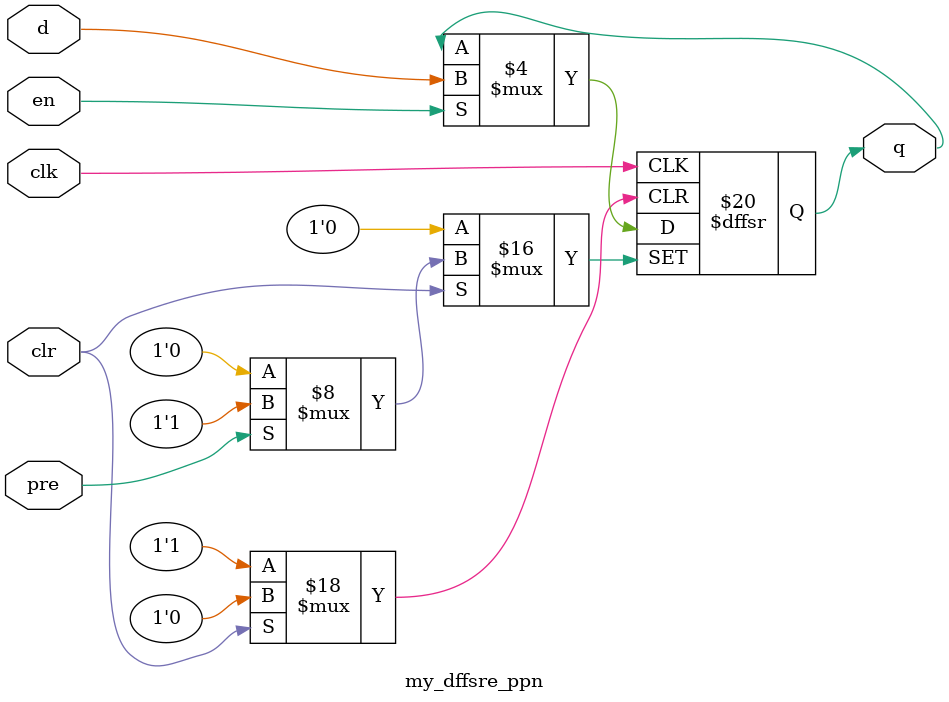
<source format=v>
module my_dffsre_ppn (
    input d,
    clk,
    pre,
    clr,
    en,
    output reg q
);
  initial q <= 1'b0;
  always @(posedge clk or posedge pre or negedge clr)
    if (pre) q <= 1'b1;
    else if (!clr) q <= 1'b0;
    else if (en) q <= d;
endmodule
</source>
